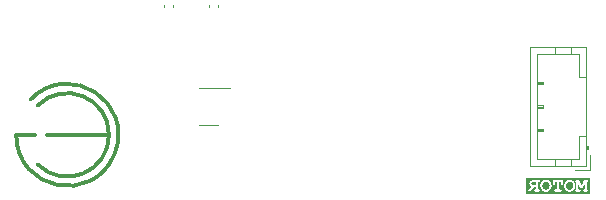
<source format=gbr>
%TF.GenerationSoftware,KiCad,Pcbnew,7.0.6*%
%TF.CreationDate,2024-03-18T22:21:07-04:00*%
%TF.ProjectId,Receiver,52656365-6976-4657-922e-6b696361645f,rev?*%
%TF.SameCoordinates,Original*%
%TF.FileFunction,Legend,Bot*%
%TF.FilePolarity,Positive*%
%FSLAX46Y46*%
G04 Gerber Fmt 4.6, Leading zero omitted, Abs format (unit mm)*
G04 Created by KiCad (PCBNEW 7.0.6) date 2024-03-18 22:21:07*
%MOMM*%
%LPD*%
G01*
G04 APERTURE LIST*
%ADD10C,0.300000*%
%ADD11C,0.240000*%
%ADD12C,0.120000*%
G04 APERTURE END LIST*
D10*
X135317767Y-102400000D02*
X133698634Y-102399999D01*
X135517767Y-104899998D02*
G75*
G03*
X135517767Y-99900000I2499999J2499999D01*
G01*
X141553298Y-102399999D02*
X136317767Y-102400000D01*
X133698634Y-102399999D02*
G75*
G03*
X134910532Y-99399999I4319132J0D01*
G01*
D11*
G36*
X178564532Y-106372941D02*
G01*
X178579005Y-106374059D01*
X178593283Y-106375921D01*
X178607366Y-106378528D01*
X178621254Y-106381881D01*
X178634948Y-106385978D01*
X178648448Y-106390820D01*
X178661753Y-106396407D01*
X178674863Y-106402739D01*
X178687778Y-106409816D01*
X178700499Y-106417638D01*
X178713025Y-106426205D01*
X178725357Y-106435516D01*
X178737494Y-106445573D01*
X178749436Y-106456375D01*
X178761184Y-106467921D01*
X178772435Y-106479993D01*
X178782960Y-106492444D01*
X178792759Y-106505274D01*
X178801832Y-106518484D01*
X178810179Y-106532073D01*
X178817801Y-106546042D01*
X178824697Y-106560390D01*
X178830866Y-106575118D01*
X178836310Y-106590225D01*
X178841028Y-106605712D01*
X178845021Y-106621578D01*
X178848287Y-106637824D01*
X178850827Y-106654449D01*
X178852642Y-106671453D01*
X178853731Y-106688837D01*
X178854094Y-106706600D01*
X178853731Y-106724398D01*
X178852642Y-106741813D01*
X178850827Y-106758843D01*
X178848287Y-106775489D01*
X178845021Y-106791750D01*
X178841028Y-106807628D01*
X178836310Y-106823122D01*
X178830866Y-106838231D01*
X178824697Y-106852957D01*
X178817801Y-106867298D01*
X178810179Y-106881255D01*
X178801832Y-106894828D01*
X178792759Y-106908017D01*
X178782960Y-106920822D01*
X178772435Y-106933243D01*
X178761184Y-106945279D01*
X178749436Y-106956754D01*
X178737494Y-106967488D01*
X178725357Y-106977482D01*
X178713025Y-106986735D01*
X178700499Y-106995248D01*
X178687778Y-107003021D01*
X178674863Y-107010054D01*
X178661753Y-107016347D01*
X178648448Y-107021899D01*
X178634948Y-107026711D01*
X178621254Y-107030782D01*
X178607366Y-107034113D01*
X178593283Y-107036704D01*
X178579005Y-107038555D01*
X178564532Y-107039666D01*
X178549865Y-107040036D01*
X178535128Y-107039668D01*
X178520592Y-107038564D01*
X178506258Y-107036725D01*
X178492126Y-107034151D01*
X178478195Y-107030840D01*
X178464465Y-107026794D01*
X178450937Y-107022013D01*
X178437611Y-107016496D01*
X178424486Y-107010243D01*
X178411562Y-107003254D01*
X178398840Y-106995530D01*
X178386320Y-106987070D01*
X178374001Y-106977875D01*
X178361883Y-106967944D01*
X178349967Y-106957277D01*
X178338253Y-106945875D01*
X178326967Y-106933871D01*
X178316408Y-106921474D01*
X178306578Y-106908683D01*
X178297477Y-106895499D01*
X178289103Y-106881921D01*
X178281457Y-106867950D01*
X178274540Y-106853585D01*
X178268351Y-106838827D01*
X178262890Y-106823676D01*
X178258157Y-106808131D01*
X178254152Y-106792193D01*
X178250875Y-106775861D01*
X178248327Y-106759136D01*
X178246506Y-106742017D01*
X178245414Y-106724506D01*
X178245050Y-106706600D01*
X178245414Y-106688730D01*
X178246506Y-106671248D01*
X178248327Y-106654155D01*
X178250875Y-106637451D01*
X178254152Y-106621136D01*
X178258157Y-106605209D01*
X178262890Y-106589671D01*
X178268351Y-106574522D01*
X178274540Y-106559762D01*
X178281457Y-106545390D01*
X178289103Y-106531408D01*
X178297477Y-106517814D01*
X178306578Y-106504608D01*
X178316408Y-106491792D01*
X178326967Y-106479364D01*
X178338253Y-106467325D01*
X178349967Y-106455851D01*
X178361883Y-106445117D01*
X178374001Y-106435123D01*
X178386320Y-106425869D01*
X178398840Y-106417356D01*
X178411562Y-106409583D01*
X178424486Y-106402550D01*
X178437611Y-106396258D01*
X178450937Y-106390706D01*
X178464465Y-106385894D01*
X178478195Y-106381822D01*
X178492126Y-106378491D01*
X178506258Y-106375900D01*
X178520592Y-106374049D01*
X178535128Y-106372939D01*
X178549865Y-106372569D01*
X178564532Y-106372941D01*
G37*
G36*
X180581001Y-106372941D02*
G01*
X180595474Y-106374059D01*
X180609751Y-106375921D01*
X180623835Y-106378528D01*
X180637723Y-106381881D01*
X180651417Y-106385978D01*
X180664917Y-106390820D01*
X180678222Y-106396407D01*
X180691332Y-106402739D01*
X180704247Y-106409816D01*
X180716968Y-106417638D01*
X180729494Y-106426205D01*
X180741826Y-106435516D01*
X180753963Y-106445573D01*
X180765905Y-106456375D01*
X180777653Y-106467921D01*
X180788904Y-106479993D01*
X180799429Y-106492444D01*
X180809228Y-106505274D01*
X180818301Y-106518484D01*
X180826648Y-106532073D01*
X180834270Y-106546042D01*
X180841165Y-106560390D01*
X180847335Y-106575118D01*
X180852779Y-106590225D01*
X180857497Y-106605712D01*
X180861490Y-106621578D01*
X180864756Y-106637824D01*
X180867296Y-106654449D01*
X180869111Y-106671453D01*
X180870200Y-106688837D01*
X180870563Y-106706600D01*
X180870200Y-106724398D01*
X180869111Y-106741813D01*
X180867296Y-106758843D01*
X180864756Y-106775489D01*
X180861490Y-106791750D01*
X180857497Y-106807628D01*
X180852779Y-106823122D01*
X180847335Y-106838231D01*
X180841165Y-106852957D01*
X180834270Y-106867298D01*
X180826648Y-106881255D01*
X180818301Y-106894828D01*
X180809228Y-106908017D01*
X180799429Y-106920822D01*
X180788904Y-106933243D01*
X180777653Y-106945279D01*
X180765905Y-106956754D01*
X180753963Y-106967488D01*
X180741826Y-106977482D01*
X180729494Y-106986735D01*
X180716968Y-106995248D01*
X180704247Y-107003021D01*
X180691332Y-107010054D01*
X180678222Y-107016347D01*
X180664917Y-107021899D01*
X180651417Y-107026711D01*
X180637723Y-107030782D01*
X180623835Y-107034113D01*
X180609751Y-107036704D01*
X180595474Y-107038555D01*
X180581001Y-107039666D01*
X180566334Y-107040036D01*
X180551597Y-107039668D01*
X180537061Y-107038564D01*
X180522727Y-107036725D01*
X180508595Y-107034151D01*
X180494664Y-107030840D01*
X180480934Y-107026794D01*
X180467406Y-107022013D01*
X180454080Y-107016496D01*
X180440955Y-107010243D01*
X180428031Y-107003254D01*
X180415309Y-106995530D01*
X180402789Y-106987070D01*
X180390470Y-106977875D01*
X180378352Y-106967944D01*
X180366436Y-106957277D01*
X180354722Y-106945875D01*
X180343436Y-106933871D01*
X180332877Y-106921474D01*
X180323047Y-106908683D01*
X180313946Y-106895499D01*
X180305572Y-106881921D01*
X180297926Y-106867950D01*
X180291009Y-106853585D01*
X180284820Y-106838827D01*
X180279358Y-106823676D01*
X180274625Y-106808131D01*
X180270621Y-106792193D01*
X180267344Y-106775861D01*
X180264795Y-106759136D01*
X180262975Y-106742017D01*
X180261883Y-106724506D01*
X180261519Y-106706600D01*
X180261883Y-106688730D01*
X180262975Y-106671248D01*
X180264795Y-106654155D01*
X180267344Y-106637451D01*
X180270621Y-106621136D01*
X180274625Y-106605209D01*
X180279358Y-106589671D01*
X180284820Y-106574522D01*
X180291009Y-106559762D01*
X180297926Y-106545390D01*
X180305572Y-106531408D01*
X180313946Y-106517814D01*
X180323047Y-106504608D01*
X180332877Y-106491792D01*
X180343436Y-106479364D01*
X180354722Y-106467325D01*
X180366436Y-106455851D01*
X180378352Y-106445117D01*
X180390470Y-106435123D01*
X180402789Y-106425869D01*
X180415309Y-106417356D01*
X180428031Y-106409583D01*
X180440955Y-106402550D01*
X180454080Y-106396258D01*
X180467406Y-106390706D01*
X180480934Y-106385894D01*
X180494664Y-106381822D01*
X180508595Y-106378491D01*
X180522727Y-106375900D01*
X180537061Y-106374049D01*
X180551597Y-106372939D01*
X180566334Y-106372569D01*
X180581001Y-106372941D01*
G37*
G36*
X177716606Y-106658626D02*
G01*
X177584715Y-106658626D01*
X177571060Y-106658440D01*
X177557684Y-106657882D01*
X177544586Y-106656953D01*
X177531766Y-106655651D01*
X177519224Y-106653977D01*
X177506961Y-106651932D01*
X177494976Y-106649515D01*
X177483269Y-106646726D01*
X177471840Y-106643565D01*
X177457034Y-106638771D01*
X177453410Y-106637470D01*
X177439348Y-106632083D01*
X177426176Y-106626648D01*
X177413897Y-106621167D01*
X177402508Y-106615638D01*
X177392011Y-106610063D01*
X177379401Y-106602555D01*
X177368376Y-106594964D01*
X177358935Y-106587288D01*
X177349362Y-106577576D01*
X177341594Y-106567728D01*
X177334011Y-106555967D01*
X177328323Y-106544269D01*
X177324531Y-106532634D01*
X177322503Y-106519139D01*
X177322398Y-106515299D01*
X177323650Y-106501212D01*
X177327407Y-106487446D01*
X177333668Y-106473999D01*
X177340480Y-106463472D01*
X177348895Y-106453150D01*
X177358913Y-106443033D01*
X177370533Y-106433120D01*
X177373689Y-106430674D01*
X177383666Y-106423698D01*
X177394472Y-106417408D01*
X177406108Y-106411805D01*
X177418573Y-106406887D01*
X177431868Y-106402656D01*
X177445992Y-106399111D01*
X177460946Y-106396252D01*
X177476729Y-106394079D01*
X177493342Y-106392592D01*
X177510784Y-106391792D01*
X177522873Y-106391639D01*
X177716606Y-106391639D01*
X177716606Y-106658626D01*
G37*
G36*
X182287263Y-107385956D02*
G01*
X176825712Y-107385956D01*
X176825712Y-107106782D01*
X176999998Y-107106782D01*
X177000904Y-107120684D01*
X177003625Y-107133558D01*
X177008158Y-107145406D01*
X177014506Y-107156228D01*
X177022666Y-107166023D01*
X177025790Y-107169059D01*
X177036598Y-107177059D01*
X177047511Y-107182462D01*
X177060155Y-107186714D01*
X177074530Y-107189818D01*
X177087277Y-107191473D01*
X177101133Y-107192393D01*
X177112252Y-107192600D01*
X177208679Y-107192600D01*
X177221451Y-107174006D01*
X177234086Y-107155881D01*
X177246584Y-107138225D01*
X177258944Y-107121039D01*
X177271167Y-107104321D01*
X177283252Y-107088073D01*
X177295200Y-107072293D01*
X177307011Y-107056983D01*
X177318684Y-107042142D01*
X177330220Y-107027770D01*
X177341618Y-107013867D01*
X177352880Y-107000433D01*
X177364003Y-106987468D01*
X177374990Y-106974972D01*
X177385839Y-106962945D01*
X177396550Y-106951388D01*
X177407124Y-106940299D01*
X177417561Y-106929680D01*
X177427861Y-106919529D01*
X177438023Y-106909848D01*
X177448047Y-106900636D01*
X177457935Y-106891893D01*
X177467684Y-106883618D01*
X177477297Y-106875813D01*
X177486772Y-106868478D01*
X177505310Y-106855213D01*
X177523299Y-106843825D01*
X177540737Y-106834313D01*
X177549251Y-106830260D01*
X177716606Y-106830260D01*
X177716606Y-107020965D01*
X177655350Y-107020965D01*
X177640659Y-107021338D01*
X177627067Y-107022455D01*
X177614574Y-107024317D01*
X177600503Y-107027693D01*
X177588150Y-107032232D01*
X177577514Y-107037936D01*
X177568595Y-107044803D01*
X177559730Y-107054155D01*
X177552699Y-107064554D01*
X177547503Y-107076000D01*
X177544140Y-107088494D01*
X177542612Y-107102036D01*
X177542510Y-107106782D01*
X177543427Y-107120684D01*
X177546178Y-107133558D01*
X177550763Y-107145406D01*
X177557183Y-107156228D01*
X177565436Y-107166023D01*
X177568595Y-107169059D01*
X177579503Y-107177059D01*
X177590483Y-107182462D01*
X177603180Y-107186714D01*
X177617594Y-107189818D01*
X177630362Y-107191473D01*
X177644228Y-107192393D01*
X177655350Y-107192600D01*
X177911805Y-107192600D01*
X177926501Y-107192232D01*
X177940107Y-107191128D01*
X177952622Y-107189289D01*
X177966735Y-107185956D01*
X177979144Y-107181473D01*
X177989850Y-107175841D01*
X177998853Y-107169059D01*
X178007618Y-107159607D01*
X178014570Y-107149128D01*
X178019708Y-107137622D01*
X178023033Y-107125089D01*
X178024544Y-107111530D01*
X178024645Y-107106782D01*
X178023718Y-107092892D01*
X178020936Y-107080048D01*
X178016299Y-107068253D01*
X178009807Y-107057505D01*
X178001461Y-107047804D01*
X177998267Y-107044803D01*
X177987190Y-107036702D01*
X177976149Y-107031231D01*
X177963462Y-107026925D01*
X177949130Y-107023782D01*
X177936479Y-107022106D01*
X177922774Y-107021175D01*
X177911805Y-107020965D01*
X177885427Y-107020965D01*
X177885427Y-106706600D01*
X178075936Y-106706600D01*
X178076076Y-106720087D01*
X178076495Y-106733432D01*
X178077193Y-106746635D01*
X178078171Y-106759696D01*
X178079428Y-106772615D01*
X178080964Y-106785392D01*
X178082780Y-106798027D01*
X178084875Y-106810519D01*
X178087250Y-106822870D01*
X178089904Y-106835079D01*
X178092837Y-106847146D01*
X178096050Y-106859071D01*
X178099541Y-106870854D01*
X178103313Y-106882495D01*
X178107363Y-106893994D01*
X178111693Y-106905350D01*
X178116303Y-106916565D01*
X178121191Y-106927638D01*
X178126359Y-106938569D01*
X178131807Y-106949358D01*
X178137533Y-106960005D01*
X178143539Y-106970509D01*
X178149825Y-106980872D01*
X178156390Y-106991093D01*
X178163234Y-107001172D01*
X178170357Y-107011109D01*
X178177760Y-107020903D01*
X178185442Y-107030556D01*
X178193404Y-107040067D01*
X178201645Y-107049436D01*
X178210165Y-107058663D01*
X178218965Y-107067747D01*
X178227948Y-107076602D01*
X178237018Y-107085176D01*
X178246177Y-107093468D01*
X178255423Y-107101479D01*
X178264756Y-107109210D01*
X178274177Y-107116659D01*
X178283686Y-107123827D01*
X178293282Y-107130714D01*
X178312737Y-107143644D01*
X178332542Y-107155450D01*
X178352698Y-107166132D01*
X178373204Y-107175689D01*
X178394061Y-107184122D01*
X178415267Y-107191431D01*
X178436824Y-107197615D01*
X178458732Y-107202675D01*
X178480990Y-107206610D01*
X178503598Y-107209421D01*
X178526556Y-107211108D01*
X178549865Y-107211670D01*
X178570875Y-107211202D01*
X178591626Y-107209798D01*
X178612118Y-107207459D01*
X178632352Y-107204183D01*
X178652327Y-107199972D01*
X178672043Y-107194825D01*
X178691500Y-107188742D01*
X178710699Y-107181723D01*
X178729639Y-107173769D01*
X178748320Y-107164878D01*
X178766742Y-107155052D01*
X178784906Y-107144290D01*
X178802811Y-107132592D01*
X178820457Y-107119958D01*
X178837844Y-107106389D01*
X178854973Y-107091884D01*
X178865323Y-107082505D01*
X178875345Y-107072954D01*
X178885038Y-107063232D01*
X178894403Y-107053337D01*
X178903439Y-107043272D01*
X178912147Y-107033034D01*
X178920525Y-107022625D01*
X178928576Y-107012045D01*
X178936297Y-107001292D01*
X178943690Y-106990368D01*
X178950755Y-106979272D01*
X178957491Y-106968005D01*
X178963898Y-106956565D01*
X178969977Y-106944954D01*
X178975727Y-106933172D01*
X178981149Y-106921218D01*
X178986242Y-106909092D01*
X178991006Y-106896794D01*
X178995442Y-106884325D01*
X178999550Y-106871684D01*
X179003328Y-106858871D01*
X179006778Y-106845887D01*
X179009900Y-106832731D01*
X179012693Y-106819403D01*
X179015157Y-106805903D01*
X179017293Y-106792232D01*
X179019100Y-106778389D01*
X179020579Y-106764375D01*
X179021729Y-106750189D01*
X179022550Y-106735831D01*
X179023043Y-106721301D01*
X179023208Y-106706600D01*
X179023043Y-106691898D01*
X179022550Y-106677367D01*
X179021729Y-106663006D01*
X179020579Y-106648816D01*
X179019100Y-106634796D01*
X179017293Y-106620947D01*
X179015157Y-106607268D01*
X179012693Y-106593760D01*
X179009900Y-106580423D01*
X179006778Y-106567256D01*
X179003328Y-106554259D01*
X178999550Y-106541433D01*
X178995442Y-106528777D01*
X178991006Y-106516292D01*
X178986242Y-106503978D01*
X178981149Y-106491834D01*
X178975727Y-106479860D01*
X178969977Y-106468057D01*
X178963898Y-106456425D01*
X178957491Y-106444963D01*
X178950755Y-106433672D01*
X178943690Y-106422551D01*
X178936297Y-106411600D01*
X178928576Y-106400821D01*
X178920525Y-106390211D01*
X178912147Y-106379773D01*
X178903439Y-106369504D01*
X178894403Y-106359407D01*
X178885038Y-106349479D01*
X178875345Y-106339723D01*
X178865323Y-106330137D01*
X178854973Y-106320721D01*
X178837844Y-106306216D01*
X178820457Y-106292646D01*
X178802811Y-106280012D01*
X178784906Y-106268314D01*
X178766742Y-106257552D01*
X178748320Y-106247726D01*
X178729639Y-106238836D01*
X178710699Y-106230881D01*
X178691500Y-106223862D01*
X178679163Y-106220005D01*
X179121979Y-106220005D01*
X179121979Y-106563274D01*
X179122350Y-106578144D01*
X179123463Y-106591917D01*
X179125318Y-106604590D01*
X179128680Y-106618886D01*
X179133200Y-106631466D01*
X179138881Y-106642329D01*
X179145720Y-106651475D01*
X179155017Y-106660386D01*
X179165325Y-106667454D01*
X179176642Y-106672677D01*
X179188969Y-106676058D01*
X179202306Y-106677594D01*
X179206976Y-106677696D01*
X179220450Y-106676775D01*
X179232956Y-106674009D01*
X179244493Y-106669400D01*
X179255061Y-106662947D01*
X179264661Y-106654650D01*
X179267646Y-106651475D01*
X179275614Y-106640293D01*
X179280995Y-106629087D01*
X179285231Y-106616164D01*
X179288322Y-106601525D01*
X179289971Y-106588577D01*
X179290887Y-106574530D01*
X179291093Y-106563274D01*
X179291093Y-106391639D01*
X179476620Y-106391639D01*
X179476620Y-107020965D01*
X179362901Y-107020965D01*
X179348205Y-107021338D01*
X179334599Y-107022455D01*
X179322083Y-107024317D01*
X179307971Y-107027693D01*
X179295562Y-107032232D01*
X179284855Y-107037936D01*
X179275852Y-107044803D01*
X179266987Y-107054155D01*
X179259957Y-107064554D01*
X179254760Y-107076000D01*
X179251398Y-107088494D01*
X179249869Y-107102036D01*
X179249767Y-107106782D01*
X179250684Y-107120684D01*
X179253435Y-107133558D01*
X179258021Y-107145406D01*
X179264440Y-107156228D01*
X179272694Y-107166023D01*
X179275852Y-107169059D01*
X179286860Y-107177059D01*
X179297907Y-107182462D01*
X179310657Y-107186714D01*
X179325110Y-107189818D01*
X179337898Y-107191473D01*
X179351776Y-107192393D01*
X179362901Y-107192600D01*
X179758574Y-107192600D01*
X179773270Y-107192232D01*
X179786876Y-107191128D01*
X179799391Y-107189289D01*
X179813504Y-107185956D01*
X179825913Y-107181473D01*
X179836619Y-107175841D01*
X179845622Y-107169059D01*
X179854387Y-107159607D01*
X179861339Y-107149128D01*
X179866477Y-107137622D01*
X179869802Y-107125089D01*
X179871313Y-107111530D01*
X179871414Y-107106782D01*
X179870507Y-107092892D01*
X179867787Y-107080048D01*
X179863253Y-107068253D01*
X179856906Y-107057505D01*
X179848745Y-107047804D01*
X179845622Y-107044803D01*
X179834614Y-107036702D01*
X179823567Y-107031231D01*
X179810817Y-107026925D01*
X179796365Y-107023782D01*
X179783576Y-107022106D01*
X179769698Y-107021175D01*
X179758574Y-107020965D01*
X179645441Y-107020965D01*
X179645441Y-106706600D01*
X180092405Y-106706600D01*
X180092545Y-106720087D01*
X180092964Y-106733432D01*
X180093662Y-106746635D01*
X180094640Y-106759696D01*
X180095897Y-106772615D01*
X180097433Y-106785392D01*
X180099249Y-106798027D01*
X180101344Y-106810519D01*
X180103719Y-106822870D01*
X180106373Y-106835079D01*
X180109306Y-106847146D01*
X180112518Y-106859071D01*
X180116010Y-106870854D01*
X180119782Y-106882495D01*
X180123832Y-106893994D01*
X180128162Y-106905350D01*
X180132772Y-106916565D01*
X180137660Y-106927638D01*
X180142828Y-106938569D01*
X180148276Y-106949358D01*
X180154002Y-106960005D01*
X180160008Y-106970509D01*
X180166294Y-106980872D01*
X180172859Y-106991093D01*
X180179703Y-107001172D01*
X180186826Y-107011109D01*
X180194229Y-107020903D01*
X180201911Y-107030556D01*
X180209873Y-107040067D01*
X180218114Y-107049436D01*
X180226634Y-107058663D01*
X180235434Y-107067747D01*
X180244417Y-107076602D01*
X180253487Y-107085176D01*
X180262646Y-107093468D01*
X180271891Y-107101479D01*
X180281225Y-107109210D01*
X180290646Y-107116659D01*
X180300154Y-107123827D01*
X180309751Y-107130714D01*
X180329206Y-107143644D01*
X180349011Y-107155450D01*
X180369167Y-107166132D01*
X180389673Y-107175689D01*
X180410529Y-107184122D01*
X180431736Y-107191431D01*
X180453293Y-107197615D01*
X180475201Y-107202675D01*
X180497459Y-107206610D01*
X180520067Y-107209421D01*
X180543025Y-107211108D01*
X180566334Y-107211670D01*
X180587344Y-107211202D01*
X180608095Y-107209798D01*
X180628587Y-107207459D01*
X180648821Y-107204183D01*
X180668796Y-107199972D01*
X180688512Y-107194825D01*
X180707969Y-107188742D01*
X180727168Y-107181723D01*
X180746108Y-107173769D01*
X180764789Y-107164878D01*
X180783211Y-107155052D01*
X180801375Y-107144290D01*
X180819280Y-107132592D01*
X180836926Y-107119958D01*
X180853809Y-107106782D01*
X181028832Y-107106782D01*
X181029749Y-107120684D01*
X181032500Y-107133558D01*
X181037086Y-107145406D01*
X181043505Y-107156228D01*
X181051759Y-107166023D01*
X181054917Y-107169059D01*
X181065925Y-107177059D01*
X181076972Y-107182462D01*
X181089722Y-107186714D01*
X181104175Y-107189818D01*
X181116963Y-107191473D01*
X181130841Y-107192393D01*
X181141965Y-107192600D01*
X181364422Y-107192600D01*
X181378912Y-107192232D01*
X181392339Y-107191128D01*
X181404704Y-107189289D01*
X181418665Y-107185956D01*
X181430967Y-107181473D01*
X181441609Y-107175841D01*
X181450591Y-107169059D01*
X181459456Y-107159607D01*
X181466486Y-107149128D01*
X181471683Y-107137622D01*
X181475045Y-107125089D01*
X181476574Y-107111530D01*
X181476676Y-107106782D01*
X181475759Y-107092892D01*
X181473008Y-107080048D01*
X181468422Y-107068253D01*
X181462003Y-107057505D01*
X181453749Y-107047804D01*
X181450591Y-107044803D01*
X181439613Y-107036702D01*
X181428640Y-107031231D01*
X181416006Y-107026925D01*
X181401712Y-107023782D01*
X181389082Y-107022106D01*
X181375389Y-107021175D01*
X181364422Y-107020965D01*
X181302580Y-107020965D01*
X181302580Y-106538244D01*
X181496313Y-106961966D01*
X181643152Y-106961966D01*
X181839230Y-106538244D01*
X181839230Y-107020965D01*
X181778267Y-107020965D01*
X181763576Y-107021338D01*
X181749984Y-107022455D01*
X181737491Y-107024317D01*
X181723420Y-107027693D01*
X181711067Y-107032232D01*
X181700431Y-107037936D01*
X181691512Y-107044803D01*
X181682647Y-107054155D01*
X181675616Y-107064554D01*
X181670420Y-107076000D01*
X181667057Y-107088494D01*
X181665529Y-107102036D01*
X181665427Y-107106782D01*
X181666344Y-107120684D01*
X181669095Y-107133558D01*
X181673680Y-107145406D01*
X181680100Y-107156228D01*
X181688353Y-107166023D01*
X181691512Y-107169059D01*
X181702420Y-107177059D01*
X181713400Y-107182462D01*
X181726097Y-107186714D01*
X181740511Y-107189818D01*
X181753279Y-107191473D01*
X181767145Y-107192393D01*
X181778267Y-107192600D01*
X182000137Y-107192600D01*
X182014828Y-107192232D01*
X182028420Y-107191128D01*
X182040913Y-107189289D01*
X182054984Y-107185956D01*
X182067337Y-107181473D01*
X182077973Y-107175841D01*
X182086892Y-107169059D01*
X182095757Y-107159607D01*
X182102788Y-107149128D01*
X182107984Y-107137622D01*
X182111347Y-107125089D01*
X182112875Y-107111530D01*
X182112977Y-107106782D01*
X182112071Y-107092892D01*
X182109350Y-107080048D01*
X182104817Y-107068253D01*
X182098469Y-107057505D01*
X182090308Y-107047804D01*
X182087185Y-107044803D01*
X182076644Y-107036702D01*
X182064146Y-107030277D01*
X182052234Y-107026203D01*
X182038964Y-107023293D01*
X182024333Y-107021547D01*
X182011650Y-107020988D01*
X182008344Y-107020965D01*
X182008344Y-106391639D01*
X182021729Y-106391065D01*
X182034041Y-106389340D01*
X182047398Y-106385754D01*
X182059210Y-106380513D01*
X182069476Y-106373616D01*
X182075462Y-106368099D01*
X182083131Y-106358647D01*
X182089214Y-106348167D01*
X182093710Y-106336661D01*
X182096619Y-106324129D01*
X182097941Y-106310570D01*
X182098030Y-106305822D01*
X182097123Y-106291931D01*
X182094403Y-106279088D01*
X182089869Y-106267292D01*
X182083522Y-106256544D01*
X182075361Y-106246844D01*
X182072238Y-106243843D01*
X182061229Y-106235742D01*
X182050183Y-106230271D01*
X182037433Y-106225964D01*
X182022980Y-106222822D01*
X182010192Y-106221146D01*
X181996313Y-106220214D01*
X181985189Y-106220005D01*
X181799663Y-106220005D01*
X181569586Y-106715837D01*
X181343905Y-106220005D01*
X181156620Y-106220005D01*
X181141929Y-106220377D01*
X181128337Y-106221495D01*
X181115844Y-106223357D01*
X181101773Y-106226733D01*
X181089420Y-106231272D01*
X181078784Y-106236976D01*
X181069865Y-106243843D01*
X181061000Y-106253194D01*
X181053969Y-106263593D01*
X181048773Y-106275040D01*
X181045410Y-106287534D01*
X181043882Y-106301075D01*
X181043780Y-106305822D01*
X181044594Y-106319723D01*
X181047036Y-106332598D01*
X181051106Y-106344446D01*
X181056804Y-106355268D01*
X181064130Y-106365062D01*
X181066934Y-106368099D01*
X181076338Y-106376099D01*
X181087185Y-106382444D01*
X181099474Y-106387134D01*
X181113206Y-106390168D01*
X181125751Y-106391432D01*
X181133759Y-106391639D01*
X181133759Y-107020965D01*
X181120790Y-107021338D01*
X181108700Y-107022455D01*
X181094823Y-107024899D01*
X181082321Y-107028508D01*
X181071193Y-107033280D01*
X181059653Y-107040543D01*
X181054624Y-107044803D01*
X181045859Y-107054155D01*
X181038907Y-107064554D01*
X181033769Y-107076000D01*
X181030444Y-107088494D01*
X181028933Y-107102036D01*
X181028832Y-107106782D01*
X180853809Y-107106782D01*
X180854313Y-107106389D01*
X180871442Y-107091884D01*
X180881792Y-107082505D01*
X180891814Y-107072954D01*
X180901507Y-107063232D01*
X180910872Y-107053337D01*
X180919908Y-107043272D01*
X180928615Y-107033034D01*
X180936994Y-107022625D01*
X180945045Y-107012045D01*
X180952766Y-107001292D01*
X180960159Y-106990368D01*
X180967224Y-106979272D01*
X180973960Y-106968005D01*
X180980367Y-106956565D01*
X180986446Y-106944954D01*
X180992196Y-106933172D01*
X180997618Y-106921218D01*
X181002711Y-106909092D01*
X181007475Y-106896794D01*
X181011911Y-106884325D01*
X181016019Y-106871684D01*
X181019797Y-106858871D01*
X181023247Y-106845887D01*
X181026369Y-106832731D01*
X181029162Y-106819403D01*
X181031626Y-106805903D01*
X181033762Y-106792232D01*
X181035569Y-106778389D01*
X181037048Y-106764375D01*
X181038198Y-106750189D01*
X181039019Y-106735831D01*
X181039512Y-106721301D01*
X181039677Y-106706600D01*
X181039512Y-106691898D01*
X181039019Y-106677367D01*
X181038198Y-106663006D01*
X181037048Y-106648816D01*
X181035569Y-106634796D01*
X181033762Y-106620947D01*
X181031626Y-106607268D01*
X181029162Y-106593760D01*
X181026369Y-106580423D01*
X181023247Y-106567256D01*
X181019797Y-106554259D01*
X181016019Y-106541433D01*
X181011911Y-106528777D01*
X181007475Y-106516292D01*
X181002711Y-106503978D01*
X180997618Y-106491834D01*
X180992196Y-106479860D01*
X180986446Y-106468057D01*
X180980367Y-106456425D01*
X180973960Y-106444963D01*
X180967224Y-106433672D01*
X180960159Y-106422551D01*
X180952766Y-106411600D01*
X180945045Y-106400821D01*
X180936994Y-106390211D01*
X180928615Y-106379773D01*
X180919908Y-106369504D01*
X180910872Y-106359407D01*
X180901507Y-106349479D01*
X180891814Y-106339723D01*
X180881792Y-106330137D01*
X180871442Y-106320721D01*
X180854313Y-106306216D01*
X180836926Y-106292646D01*
X180819280Y-106280012D01*
X180801375Y-106268314D01*
X180783211Y-106257552D01*
X180764789Y-106247726D01*
X180746108Y-106238836D01*
X180727168Y-106230881D01*
X180707969Y-106223862D01*
X180688512Y-106217779D01*
X180668796Y-106212632D01*
X180648821Y-106208421D01*
X180628587Y-106205146D01*
X180608095Y-106202806D01*
X180587344Y-106201402D01*
X180566334Y-106200934D01*
X180543025Y-106201498D01*
X180520067Y-106203188D01*
X180497459Y-106206005D01*
X180475201Y-106209948D01*
X180453293Y-106215018D01*
X180431736Y-106221215D01*
X180410529Y-106228539D01*
X180389673Y-106236990D01*
X180369167Y-106246567D01*
X180349011Y-106257271D01*
X180329206Y-106269101D01*
X180309751Y-106282059D01*
X180300154Y-106288960D01*
X180290646Y-106296143D01*
X180281225Y-106303607D01*
X180271891Y-106311353D01*
X180262646Y-106319381D01*
X180253487Y-106327691D01*
X180244417Y-106336282D01*
X180235434Y-106345155D01*
X180226634Y-106354222D01*
X180218114Y-106363433D01*
X180209873Y-106372787D01*
X180201911Y-106382286D01*
X180194229Y-106391928D01*
X180186826Y-106401713D01*
X180179703Y-106411643D01*
X180172859Y-106421716D01*
X180166294Y-106431933D01*
X180160008Y-106442294D01*
X180154002Y-106452799D01*
X180148276Y-106463447D01*
X180142828Y-106474239D01*
X180137660Y-106485175D01*
X180132772Y-106496254D01*
X180128162Y-106507478D01*
X180123832Y-106518845D01*
X180119782Y-106530355D01*
X180116010Y-106542010D01*
X180112518Y-106553808D01*
X180109306Y-106565750D01*
X180106373Y-106577836D01*
X180103719Y-106590066D01*
X180101344Y-106602439D01*
X180099249Y-106614956D01*
X180097433Y-106627617D01*
X180095897Y-106640421D01*
X180094640Y-106653370D01*
X180093662Y-106666462D01*
X180092964Y-106679697D01*
X180092545Y-106693077D01*
X180092405Y-106706600D01*
X179645441Y-106706600D01*
X179645441Y-106391639D01*
X179828623Y-106391639D01*
X179828623Y-106563274D01*
X179828989Y-106578144D01*
X179830088Y-106591917D01*
X179831920Y-106604590D01*
X179835240Y-106618886D01*
X179839705Y-106631466D01*
X179845315Y-106642329D01*
X179852070Y-106651475D01*
X179861368Y-106660386D01*
X179871675Y-106667454D01*
X179882992Y-106672677D01*
X179895319Y-106676058D01*
X179908656Y-106677594D01*
X179913326Y-106677696D01*
X179926800Y-106676775D01*
X179939306Y-106674009D01*
X179950843Y-106669400D01*
X179961412Y-106662947D01*
X179971011Y-106654650D01*
X179973996Y-106651475D01*
X179981965Y-106640293D01*
X179987346Y-106629087D01*
X179991582Y-106616164D01*
X179994673Y-106601525D01*
X179996321Y-106588577D01*
X179997237Y-106574530D01*
X179997443Y-106563274D01*
X179997443Y-106220005D01*
X179121979Y-106220005D01*
X178679163Y-106220005D01*
X178672043Y-106217779D01*
X178652327Y-106212632D01*
X178632352Y-106208421D01*
X178612118Y-106205146D01*
X178591626Y-106202806D01*
X178570875Y-106201402D01*
X178549865Y-106200934D01*
X178526556Y-106201498D01*
X178503598Y-106203188D01*
X178480990Y-106206005D01*
X178458732Y-106209948D01*
X178436824Y-106215018D01*
X178415267Y-106221215D01*
X178394061Y-106228539D01*
X178373204Y-106236990D01*
X178352698Y-106246567D01*
X178332542Y-106257271D01*
X178312737Y-106269101D01*
X178293282Y-106282059D01*
X178283686Y-106288960D01*
X178274177Y-106296143D01*
X178264756Y-106303607D01*
X178255423Y-106311353D01*
X178246177Y-106319381D01*
X178237018Y-106327691D01*
X178227948Y-106336282D01*
X178218965Y-106345155D01*
X178210165Y-106354222D01*
X178201645Y-106363433D01*
X178193404Y-106372787D01*
X178185442Y-106382286D01*
X178177760Y-106391928D01*
X178170357Y-106401713D01*
X178163234Y-106411643D01*
X178156390Y-106421716D01*
X178149825Y-106431933D01*
X178143539Y-106442294D01*
X178137533Y-106452799D01*
X178131807Y-106463447D01*
X178126359Y-106474239D01*
X178121191Y-106485175D01*
X178116303Y-106496254D01*
X178111693Y-106507478D01*
X178107363Y-106518845D01*
X178103313Y-106530355D01*
X178099541Y-106542010D01*
X178096050Y-106553808D01*
X178092837Y-106565750D01*
X178089904Y-106577836D01*
X178087250Y-106590066D01*
X178084875Y-106602439D01*
X178082780Y-106614956D01*
X178080964Y-106627617D01*
X178079428Y-106640421D01*
X178078171Y-106653370D01*
X178077193Y-106666462D01*
X178076495Y-106679697D01*
X178076076Y-106693077D01*
X178075936Y-106706600D01*
X177885427Y-106706600D01*
X177885427Y-106391639D01*
X177911805Y-106391639D01*
X177926501Y-106391271D01*
X177940107Y-106390168D01*
X177952622Y-106388329D01*
X177966735Y-106384996D01*
X177979144Y-106380513D01*
X177989850Y-106374881D01*
X177998853Y-106368099D01*
X178007618Y-106358647D01*
X178014570Y-106348167D01*
X178019708Y-106336661D01*
X178023033Y-106324129D01*
X178024544Y-106310570D01*
X178024645Y-106305822D01*
X178023738Y-106291931D01*
X178021018Y-106279088D01*
X178016484Y-106267292D01*
X178010137Y-106256544D01*
X178001976Y-106246844D01*
X177998853Y-106243843D01*
X177987845Y-106235742D01*
X177976798Y-106230271D01*
X177964048Y-106225964D01*
X177949596Y-106222822D01*
X177936807Y-106221146D01*
X177922929Y-106220214D01*
X177911805Y-106220005D01*
X177529321Y-106220005D01*
X177507286Y-106220346D01*
X177485879Y-106221369D01*
X177465099Y-106223074D01*
X177444947Y-106225462D01*
X177425422Y-106228531D01*
X177406524Y-106232282D01*
X177388254Y-106236716D01*
X177370612Y-106241832D01*
X177353596Y-106247629D01*
X177337208Y-106254109D01*
X177321448Y-106261271D01*
X177306315Y-106269115D01*
X177291809Y-106277641D01*
X177277931Y-106286849D01*
X177264680Y-106296740D01*
X177252056Y-106307312D01*
X177240131Y-106318374D01*
X177228975Y-106329735D01*
X177218589Y-106341393D01*
X177208972Y-106353349D01*
X177200124Y-106365604D01*
X177192046Y-106378156D01*
X177184737Y-106391006D01*
X177178197Y-106404154D01*
X177172427Y-106417600D01*
X177167426Y-106431345D01*
X177163194Y-106445387D01*
X177159732Y-106459727D01*
X177157040Y-106474365D01*
X177155116Y-106489301D01*
X177153962Y-106504535D01*
X177153695Y-106515299D01*
X177153577Y-106520067D01*
X177153984Y-106534529D01*
X177155205Y-106548750D01*
X177157240Y-106562729D01*
X177160090Y-106576468D01*
X177163753Y-106589966D01*
X177168230Y-106603223D01*
X177173521Y-106616239D01*
X177179626Y-106629015D01*
X177186545Y-106641549D01*
X177194278Y-106653842D01*
X177199886Y-106661904D01*
X177208926Y-106673734D01*
X177218790Y-106685314D01*
X177229479Y-106696641D01*
X177240992Y-106707718D01*
X177253329Y-106718543D01*
X177266491Y-106729116D01*
X177280477Y-106739438D01*
X177290259Y-106746180D01*
X177300407Y-106752810D01*
X177310922Y-106759328D01*
X177321803Y-106765735D01*
X177333050Y-106772029D01*
X177338811Y-106775135D01*
X177328690Y-106783451D01*
X177318440Y-106792196D01*
X177308061Y-106801371D01*
X177297554Y-106810976D01*
X177286918Y-106821010D01*
X177276153Y-106831473D01*
X177265259Y-106842366D01*
X177254236Y-106853689D01*
X177243085Y-106865441D01*
X177231804Y-106877622D01*
X177224212Y-106885982D01*
X177214348Y-106897542D01*
X177206409Y-106907209D01*
X177198006Y-106917729D01*
X177189139Y-106929103D01*
X177179809Y-106941331D01*
X177170015Y-106954413D01*
X177159758Y-106968348D01*
X177152662Y-106978112D01*
X177145359Y-106988256D01*
X177137851Y-106998780D01*
X177130137Y-107009683D01*
X177122217Y-107020965D01*
X177106784Y-107021217D01*
X177092724Y-107021971D01*
X177080039Y-107023228D01*
X177066114Y-107025506D01*
X177054336Y-107028571D01*
X177043036Y-107033285D01*
X177037220Y-107037056D01*
X177026497Y-107047008D01*
X177017591Y-107057309D01*
X177010503Y-107067959D01*
X177005232Y-107078959D01*
X177001306Y-107092619D01*
X176999998Y-107106782D01*
X176825712Y-107106782D01*
X176825712Y-106026648D01*
X182287263Y-106026648D01*
X182287263Y-107385956D01*
G37*
D12*
%TO.C,J6*%
X182241617Y-105360000D02*
X180991617Y-105360000D01*
X177221617Y-105060000D02*
X177221617Y-94940000D01*
X179331617Y-105060000D02*
X179331617Y-104450000D01*
X180631617Y-105060000D02*
X180631617Y-104450000D01*
X181941617Y-105060000D02*
X177221617Y-105060000D01*
X177831617Y-104450000D02*
X177831617Y-95550000D01*
X181331617Y-104450000D02*
X177831617Y-104450000D01*
X182241617Y-104110000D02*
X182241617Y-105360000D01*
X182141617Y-103600000D02*
X181941617Y-103600000D01*
X181941617Y-103300000D02*
X182141617Y-103300000D01*
X182041617Y-103300000D02*
X182041617Y-103600000D01*
X182141617Y-103300000D02*
X182141617Y-103600000D01*
X181331617Y-102500000D02*
X181331617Y-104450000D01*
X181941617Y-102500000D02*
X181331617Y-102500000D01*
X177831617Y-102100000D02*
X178331617Y-102100000D01*
X178331617Y-102100000D02*
X178331617Y-101900000D01*
X177831617Y-102000000D02*
X178331617Y-102000000D01*
X178331617Y-101900000D02*
X177831617Y-101900000D01*
X177831617Y-100100000D02*
X178331617Y-100100000D01*
X178331617Y-100100000D02*
X178331617Y-99900000D01*
X177831617Y-100000000D02*
X178331617Y-100000000D01*
X178331617Y-99900000D02*
X177831617Y-99900000D01*
X177831617Y-98100000D02*
X178331617Y-98100000D01*
X178331617Y-98100000D02*
X178331617Y-97900000D01*
X177831617Y-98000000D02*
X178331617Y-98000000D01*
X178331617Y-97900000D02*
X177831617Y-97900000D01*
X181331617Y-97500000D02*
X181941617Y-97500000D01*
X177831617Y-95550000D02*
X181331617Y-95550000D01*
X181331617Y-95550000D02*
X181331617Y-97500000D01*
X177221617Y-94940000D02*
X181941617Y-94940000D01*
X179331617Y-94940000D02*
X179331617Y-95550000D01*
X180631617Y-94940000D02*
X180631617Y-95550000D01*
X181941617Y-94940000D02*
X181941617Y-105060000D01*
%TO.C,U3*%
X150000000Y-98440000D02*
X149200000Y-98440000D01*
X150000000Y-98440000D02*
X151800000Y-98440000D01*
X150000000Y-101560000D02*
X149200000Y-101560000D01*
X150000000Y-101560000D02*
X150800000Y-101560000D01*
%TO.C,C5*%
X150760000Y-91392164D02*
X150760000Y-91607836D01*
X150040000Y-91392164D02*
X150040000Y-91607836D01*
%TO.C,C4*%
X146240000Y-91607836D02*
X146240000Y-91392164D01*
X146960000Y-91607836D02*
X146960000Y-91392164D01*
%TD*%
M02*

</source>
